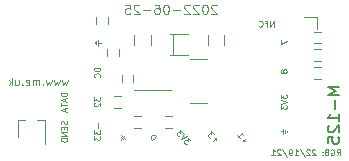
<source format=gbr>
%TF.GenerationSoftware,KiCad,Pcbnew,(6.0.5-0)*%
%TF.CreationDate,2022-06-27T09:39:38+01:00*%
%TF.ProjectId,M125,4d313235-2e6b-4696-9361-645f70636258,1*%
%TF.SameCoordinates,Original*%
%TF.FileFunction,Legend,Bot*%
%TF.FilePolarity,Positive*%
%FSLAX46Y46*%
G04 Gerber Fmt 4.6, Leading zero omitted, Abs format (unit mm)*
G04 Created by KiCad (PCBNEW (6.0.5-0)) date 2022-06-27 09:39:38*
%MOMM*%
%LPD*%
G01*
G04 APERTURE LIST*
%ADD10C,0.080000*%
%ADD11C,0.150000*%
%ADD12C,0.100000*%
%ADD13C,0.120000*%
G04 APERTURE END LIST*
D10*
X108507142Y-40826190D02*
X108507142Y-40326190D01*
X108221428Y-40826190D01*
X108221428Y-40326190D01*
X107816666Y-40564285D02*
X107983333Y-40564285D01*
X107983333Y-40826190D02*
X107983333Y-40326190D01*
X107745238Y-40326190D01*
X107269047Y-40778571D02*
X107292857Y-40802380D01*
X107364285Y-40826190D01*
X107411904Y-40826190D01*
X107483333Y-40802380D01*
X107530952Y-40754761D01*
X107554761Y-40707142D01*
X107578571Y-40611904D01*
X107578571Y-40540476D01*
X107554761Y-40445238D01*
X107530952Y-40397619D01*
X107483333Y-40350000D01*
X107411904Y-40326190D01*
X107364285Y-40326190D01*
X107292857Y-40350000D01*
X107269047Y-40373809D01*
X91002380Y-48819047D02*
X91026190Y-48890476D01*
X91026190Y-49009523D01*
X91002380Y-49057142D01*
X90978571Y-49080952D01*
X90930952Y-49104761D01*
X90883333Y-49104761D01*
X90835714Y-49080952D01*
X90811904Y-49057142D01*
X90788095Y-49009523D01*
X90764285Y-48914285D01*
X90740476Y-48866666D01*
X90716666Y-48842857D01*
X90669047Y-48819047D01*
X90621428Y-48819047D01*
X90573809Y-48842857D01*
X90550000Y-48866666D01*
X90526190Y-48914285D01*
X90526190Y-49033333D01*
X90550000Y-49104761D01*
X90764285Y-49319047D02*
X90764285Y-49485714D01*
X91026190Y-49557142D02*
X91026190Y-49319047D01*
X90526190Y-49319047D01*
X90526190Y-49557142D01*
X91026190Y-49771428D02*
X90526190Y-49771428D01*
X91026190Y-50057142D01*
X90526190Y-50057142D01*
X91026190Y-50295238D02*
X90526190Y-50295238D01*
X90526190Y-50414285D01*
X90550000Y-50485714D01*
X90597619Y-50533333D01*
X90645238Y-50557142D01*
X90740476Y-50580952D01*
X90811904Y-50580952D01*
X90907142Y-50557142D01*
X90954761Y-50533333D01*
X91002380Y-50485714D01*
X91026190Y-50414285D01*
X91026190Y-50295238D01*
X91026190Y-46450000D02*
X90526190Y-46450000D01*
X90526190Y-46569047D01*
X90550000Y-46640476D01*
X90597619Y-46688095D01*
X90645238Y-46711904D01*
X90740476Y-46735714D01*
X90811904Y-46735714D01*
X90907142Y-46711904D01*
X90954761Y-46688095D01*
X91002380Y-46640476D01*
X91026190Y-46569047D01*
X91026190Y-46450000D01*
X90883333Y-46926190D02*
X90883333Y-47164285D01*
X91026190Y-46878571D02*
X90526190Y-47045238D01*
X91026190Y-47211904D01*
X90526190Y-47307142D02*
X90526190Y-47592857D01*
X91026190Y-47450000D02*
X90526190Y-47450000D01*
X90883333Y-47735714D02*
X90883333Y-47973809D01*
X91026190Y-47688095D02*
X90526190Y-47854761D01*
X91026190Y-48021428D01*
X109340476Y-49461904D02*
X109340476Y-49938095D01*
X109483333Y-49557142D02*
X109483333Y-49842857D01*
X109126190Y-49700000D02*
X109340476Y-49700000D01*
X109626190Y-49747619D02*
X109626190Y-49652380D01*
X109126190Y-46580952D02*
X109126190Y-46890476D01*
X109316666Y-46723809D01*
X109316666Y-46795238D01*
X109340476Y-46842857D01*
X109364285Y-46866666D01*
X109411904Y-46890476D01*
X109530952Y-46890476D01*
X109578571Y-46866666D01*
X109602380Y-46842857D01*
X109626190Y-46795238D01*
X109626190Y-46652380D01*
X109602380Y-46604761D01*
X109578571Y-46580952D01*
X109126190Y-47033333D02*
X109626190Y-47200000D01*
X109126190Y-47366666D01*
X109126190Y-47485714D02*
X109126190Y-47795238D01*
X109316666Y-47628571D01*
X109316666Y-47700000D01*
X109340476Y-47747619D01*
X109364285Y-47771428D01*
X109411904Y-47795238D01*
X109530952Y-47795238D01*
X109578571Y-47771428D01*
X109602380Y-47747619D01*
X109626190Y-47700000D01*
X109626190Y-47557142D01*
X109602380Y-47509523D01*
X109578571Y-47485714D01*
X109340476Y-44552380D02*
X109316666Y-44504761D01*
X109292857Y-44480952D01*
X109245238Y-44457142D01*
X109221428Y-44457142D01*
X109173809Y-44480952D01*
X109150000Y-44504761D01*
X109126190Y-44552380D01*
X109126190Y-44647619D01*
X109150000Y-44695238D01*
X109173809Y-44719047D01*
X109221428Y-44742857D01*
X109245238Y-44742857D01*
X109292857Y-44719047D01*
X109316666Y-44695238D01*
X109340476Y-44647619D01*
X109340476Y-44552380D01*
X109364285Y-44504761D01*
X109388095Y-44480952D01*
X109435714Y-44457142D01*
X109530952Y-44457142D01*
X109578571Y-44480952D01*
X109602380Y-44504761D01*
X109626190Y-44552380D01*
X109626190Y-44647619D01*
X109602380Y-44695238D01*
X109578571Y-44719047D01*
X109530952Y-44742857D01*
X109435714Y-44742857D01*
X109388095Y-44719047D01*
X109364285Y-44695238D01*
X109340476Y-44647619D01*
X109126190Y-41933333D02*
X109126190Y-42266666D01*
X109626190Y-42052380D01*
X93659523Y-42438095D02*
X93659523Y-41961904D01*
X93516666Y-42342857D02*
X93516666Y-42057142D01*
X93873809Y-42200000D02*
X93659523Y-42200000D01*
X93373809Y-42152380D02*
X93373809Y-42247619D01*
X93826190Y-44319047D02*
X93326190Y-44319047D01*
X93326190Y-44438095D01*
X93350000Y-44509523D01*
X93397619Y-44557142D01*
X93445238Y-44580952D01*
X93540476Y-44604761D01*
X93611904Y-44604761D01*
X93707142Y-44580952D01*
X93754761Y-44557142D01*
X93802380Y-44509523D01*
X93826190Y-44438095D01*
X93826190Y-44319047D01*
X93778571Y-45104761D02*
X93802380Y-45080952D01*
X93826190Y-45009523D01*
X93826190Y-44961904D01*
X93802380Y-44890476D01*
X93754761Y-44842857D01*
X93707142Y-44819047D01*
X93611904Y-44795238D01*
X93540476Y-44795238D01*
X93445238Y-44819047D01*
X93397619Y-44842857D01*
X93350000Y-44890476D01*
X93326190Y-44961904D01*
X93326190Y-45009523D01*
X93350000Y-45080952D01*
X93373809Y-45104761D01*
X93635714Y-49033333D02*
X93635714Y-49414285D01*
X93326190Y-49604761D02*
X93326190Y-49914285D01*
X93516666Y-49747619D01*
X93516666Y-49819047D01*
X93540476Y-49866666D01*
X93564285Y-49890476D01*
X93611904Y-49914285D01*
X93730952Y-49914285D01*
X93778571Y-49890476D01*
X93802380Y-49866666D01*
X93826190Y-49819047D01*
X93826190Y-49676190D01*
X93802380Y-49628571D01*
X93778571Y-49604761D01*
X93326190Y-50080952D02*
X93326190Y-50390476D01*
X93516666Y-50223809D01*
X93516666Y-50295238D01*
X93540476Y-50342857D01*
X93564285Y-50366666D01*
X93611904Y-50390476D01*
X93730952Y-50390476D01*
X93778571Y-50366666D01*
X93802380Y-50342857D01*
X93826190Y-50295238D01*
X93826190Y-50152380D01*
X93802380Y-50104761D01*
X93778571Y-50080952D01*
X93326190Y-46795238D02*
X93326190Y-47104761D01*
X93516666Y-46938095D01*
X93516666Y-47009523D01*
X93540476Y-47057142D01*
X93564285Y-47080952D01*
X93611904Y-47104761D01*
X93730952Y-47104761D01*
X93778571Y-47080952D01*
X93802380Y-47057142D01*
X93826190Y-47009523D01*
X93826190Y-46866666D01*
X93802380Y-46819047D01*
X93778571Y-46795238D01*
X93373809Y-47295238D02*
X93350000Y-47319047D01*
X93326190Y-47366666D01*
X93326190Y-47485714D01*
X93350000Y-47533333D01*
X93373809Y-47557142D01*
X93421428Y-47580952D01*
X93469047Y-47580952D01*
X93540476Y-47557142D01*
X93826190Y-47271428D01*
X93826190Y-47580952D01*
D11*
X114082380Y-45919047D02*
X113082380Y-45919047D01*
X113796666Y-46252380D01*
X113082380Y-46585714D01*
X114082380Y-46585714D01*
X113701428Y-47061904D02*
X113701428Y-47823809D01*
X114082380Y-48823809D02*
X114082380Y-48252380D01*
X114082380Y-48538095D02*
X113082380Y-48538095D01*
X113225238Y-48442857D01*
X113320476Y-48347619D01*
X113368095Y-48252380D01*
X113177619Y-49204761D02*
X113130000Y-49252380D01*
X113082380Y-49347619D01*
X113082380Y-49585714D01*
X113130000Y-49680952D01*
X113177619Y-49728571D01*
X113272857Y-49776190D01*
X113368095Y-49776190D01*
X113510952Y-49728571D01*
X114082380Y-49157142D01*
X114082380Y-49776190D01*
X113082380Y-50680952D02*
X113082380Y-50204761D01*
X113558571Y-50157142D01*
X113510952Y-50204761D01*
X113463333Y-50300000D01*
X113463333Y-50538095D01*
X113510952Y-50633333D01*
X113558571Y-50680952D01*
X113653809Y-50728571D01*
X113891904Y-50728571D01*
X113987142Y-50680952D01*
X114034761Y-50633333D01*
X114082380Y-50538095D01*
X114082380Y-50300000D01*
X114034761Y-50204761D01*
X113987142Y-50157142D01*
D12*
X103685714Y-39038095D02*
X103647619Y-39000000D01*
X103571428Y-38961904D01*
X103380952Y-38961904D01*
X103304761Y-39000000D01*
X103266666Y-39038095D01*
X103228571Y-39114285D01*
X103228571Y-39190476D01*
X103266666Y-39304761D01*
X103723809Y-39761904D01*
X103228571Y-39761904D01*
X102733333Y-38961904D02*
X102657142Y-38961904D01*
X102580952Y-39000000D01*
X102542857Y-39038095D01*
X102504761Y-39114285D01*
X102466666Y-39266666D01*
X102466666Y-39457142D01*
X102504761Y-39609523D01*
X102542857Y-39685714D01*
X102580952Y-39723809D01*
X102657142Y-39761904D01*
X102733333Y-39761904D01*
X102809523Y-39723809D01*
X102847619Y-39685714D01*
X102885714Y-39609523D01*
X102923809Y-39457142D01*
X102923809Y-39266666D01*
X102885714Y-39114285D01*
X102847619Y-39038095D01*
X102809523Y-39000000D01*
X102733333Y-38961904D01*
X102161904Y-39038095D02*
X102123809Y-39000000D01*
X102047619Y-38961904D01*
X101857142Y-38961904D01*
X101780952Y-39000000D01*
X101742857Y-39038095D01*
X101704761Y-39114285D01*
X101704761Y-39190476D01*
X101742857Y-39304761D01*
X102200000Y-39761904D01*
X101704761Y-39761904D01*
X101400000Y-39038095D02*
X101361904Y-39000000D01*
X101285714Y-38961904D01*
X101095238Y-38961904D01*
X101019047Y-39000000D01*
X100980952Y-39038095D01*
X100942857Y-39114285D01*
X100942857Y-39190476D01*
X100980952Y-39304761D01*
X101438095Y-39761904D01*
X100942857Y-39761904D01*
X100600000Y-39457142D02*
X99990476Y-39457142D01*
X99457142Y-38961904D02*
X99380952Y-38961904D01*
X99304761Y-39000000D01*
X99266666Y-39038095D01*
X99228571Y-39114285D01*
X99190476Y-39266666D01*
X99190476Y-39457142D01*
X99228571Y-39609523D01*
X99266666Y-39685714D01*
X99304761Y-39723809D01*
X99380952Y-39761904D01*
X99457142Y-39761904D01*
X99533333Y-39723809D01*
X99571428Y-39685714D01*
X99609523Y-39609523D01*
X99647619Y-39457142D01*
X99647619Y-39266666D01*
X99609523Y-39114285D01*
X99571428Y-39038095D01*
X99533333Y-39000000D01*
X99457142Y-38961904D01*
X98504761Y-38961904D02*
X98657142Y-38961904D01*
X98733333Y-39000000D01*
X98771428Y-39038095D01*
X98847619Y-39152380D01*
X98885714Y-39304761D01*
X98885714Y-39609523D01*
X98847619Y-39685714D01*
X98809523Y-39723809D01*
X98733333Y-39761904D01*
X98580952Y-39761904D01*
X98504761Y-39723809D01*
X98466666Y-39685714D01*
X98428571Y-39609523D01*
X98428571Y-39419047D01*
X98466666Y-39342857D01*
X98504761Y-39304761D01*
X98580952Y-39266666D01*
X98733333Y-39266666D01*
X98809523Y-39304761D01*
X98847619Y-39342857D01*
X98885714Y-39419047D01*
X98085714Y-39457142D02*
X97476190Y-39457142D01*
X97133333Y-39038095D02*
X97095238Y-39000000D01*
X97019047Y-38961904D01*
X96828571Y-38961904D01*
X96752380Y-39000000D01*
X96714285Y-39038095D01*
X96676190Y-39114285D01*
X96676190Y-39190476D01*
X96714285Y-39304761D01*
X97171428Y-39761904D01*
X96676190Y-39761904D01*
X95952380Y-38961904D02*
X96333333Y-38961904D01*
X96371428Y-39342857D01*
X96333333Y-39304761D01*
X96257142Y-39266666D01*
X96066666Y-39266666D01*
X95990476Y-39304761D01*
X95952380Y-39342857D01*
X95914285Y-39419047D01*
X95914285Y-39609523D01*
X95952380Y-39685714D01*
X95990476Y-39723809D01*
X96066666Y-39761904D01*
X96257142Y-39761904D01*
X96333333Y-39723809D01*
X96371428Y-39685714D01*
D10*
X113857142Y-51726190D02*
X114023809Y-51488095D01*
X114142857Y-51726190D02*
X114142857Y-51226190D01*
X113952380Y-51226190D01*
X113904761Y-51250000D01*
X113880952Y-51273809D01*
X113857142Y-51321428D01*
X113857142Y-51392857D01*
X113880952Y-51440476D01*
X113904761Y-51464285D01*
X113952380Y-51488095D01*
X114142857Y-51488095D01*
X113380952Y-51250000D02*
X113428571Y-51226190D01*
X113500000Y-51226190D01*
X113571428Y-51250000D01*
X113619047Y-51297619D01*
X113642857Y-51345238D01*
X113666666Y-51440476D01*
X113666666Y-51511904D01*
X113642857Y-51607142D01*
X113619047Y-51654761D01*
X113571428Y-51702380D01*
X113500000Y-51726190D01*
X113452380Y-51726190D01*
X113380952Y-51702380D01*
X113357142Y-51678571D01*
X113357142Y-51511904D01*
X113452380Y-51511904D01*
X112976190Y-51464285D02*
X112904761Y-51488095D01*
X112880952Y-51511904D01*
X112857142Y-51559523D01*
X112857142Y-51630952D01*
X112880952Y-51678571D01*
X112904761Y-51702380D01*
X112952380Y-51726190D01*
X113142857Y-51726190D01*
X113142857Y-51226190D01*
X112976190Y-51226190D01*
X112928571Y-51250000D01*
X112904761Y-51273809D01*
X112880952Y-51321428D01*
X112880952Y-51369047D01*
X112904761Y-51416666D01*
X112928571Y-51440476D01*
X112976190Y-51464285D01*
X113142857Y-51464285D01*
X112642857Y-51678571D02*
X112619047Y-51702380D01*
X112642857Y-51726190D01*
X112666666Y-51702380D01*
X112642857Y-51678571D01*
X112642857Y-51726190D01*
X112642857Y-51416666D02*
X112619047Y-51440476D01*
X112642857Y-51464285D01*
X112666666Y-51440476D01*
X112642857Y-51416666D01*
X112642857Y-51464285D01*
X112047619Y-51273809D02*
X112023809Y-51250000D01*
X111976190Y-51226190D01*
X111857142Y-51226190D01*
X111809523Y-51250000D01*
X111785714Y-51273809D01*
X111761904Y-51321428D01*
X111761904Y-51369047D01*
X111785714Y-51440476D01*
X112071428Y-51726190D01*
X111761904Y-51726190D01*
X111571428Y-51273809D02*
X111547619Y-51250000D01*
X111500000Y-51226190D01*
X111380952Y-51226190D01*
X111333333Y-51250000D01*
X111309523Y-51273809D01*
X111285714Y-51321428D01*
X111285714Y-51369047D01*
X111309523Y-51440476D01*
X111595238Y-51726190D01*
X111285714Y-51726190D01*
X110714285Y-51202380D02*
X111142857Y-51845238D01*
X110285714Y-51726190D02*
X110571428Y-51726190D01*
X110428571Y-51726190D02*
X110428571Y-51226190D01*
X110476190Y-51297619D01*
X110523809Y-51345238D01*
X110571428Y-51369047D01*
X110047619Y-51726190D02*
X109952380Y-51726190D01*
X109904761Y-51702380D01*
X109880952Y-51678571D01*
X109833333Y-51607142D01*
X109809523Y-51511904D01*
X109809523Y-51321428D01*
X109833333Y-51273809D01*
X109857142Y-51250000D01*
X109904761Y-51226190D01*
X110000000Y-51226190D01*
X110047619Y-51250000D01*
X110071428Y-51273809D01*
X110095238Y-51321428D01*
X110095238Y-51440476D01*
X110071428Y-51488095D01*
X110047619Y-51511904D01*
X110000000Y-51535714D01*
X109904761Y-51535714D01*
X109857142Y-51511904D01*
X109833333Y-51488095D01*
X109809523Y-51440476D01*
X109238095Y-51202380D02*
X109666666Y-51845238D01*
X109095238Y-51273809D02*
X109071428Y-51250000D01*
X109023809Y-51226190D01*
X108904761Y-51226190D01*
X108857142Y-51250000D01*
X108833333Y-51273809D01*
X108809523Y-51321428D01*
X108809523Y-51369047D01*
X108833333Y-51440476D01*
X109119047Y-51726190D01*
X108809523Y-51726190D01*
X108333333Y-51726190D02*
X108619047Y-51726190D01*
X108476190Y-51726190D02*
X108476190Y-51226190D01*
X108523809Y-51297619D01*
X108571428Y-51345238D01*
X108619047Y-51369047D01*
D12*
%TO.C,REF\u002A\u002A*%
X91087142Y-45360714D02*
X90963333Y-45794047D01*
X90839523Y-45484523D01*
X90715714Y-45794047D01*
X90591904Y-45360714D01*
X90406190Y-45360714D02*
X90282380Y-45794047D01*
X90158571Y-45484523D01*
X90034761Y-45794047D01*
X89910952Y-45360714D01*
X89725238Y-45360714D02*
X89601428Y-45794047D01*
X89477619Y-45484523D01*
X89353809Y-45794047D01*
X89230000Y-45360714D01*
X88982380Y-45732142D02*
X88951428Y-45763095D01*
X88982380Y-45794047D01*
X89013333Y-45763095D01*
X88982380Y-45732142D01*
X88982380Y-45794047D01*
X88672857Y-45794047D02*
X88672857Y-45360714D01*
X88672857Y-45422619D02*
X88641904Y-45391666D01*
X88580000Y-45360714D01*
X88487142Y-45360714D01*
X88425238Y-45391666D01*
X88394285Y-45453571D01*
X88394285Y-45794047D01*
X88394285Y-45453571D02*
X88363333Y-45391666D01*
X88301428Y-45360714D01*
X88208571Y-45360714D01*
X88146666Y-45391666D01*
X88115714Y-45453571D01*
X88115714Y-45794047D01*
X87558571Y-45763095D02*
X87620476Y-45794047D01*
X87744285Y-45794047D01*
X87806190Y-45763095D01*
X87837142Y-45701190D01*
X87837142Y-45453571D01*
X87806190Y-45391666D01*
X87744285Y-45360714D01*
X87620476Y-45360714D01*
X87558571Y-45391666D01*
X87527619Y-45453571D01*
X87527619Y-45515476D01*
X87837142Y-45577380D01*
X87249047Y-45732142D02*
X87218095Y-45763095D01*
X87249047Y-45794047D01*
X87280000Y-45763095D01*
X87249047Y-45732142D01*
X87249047Y-45794047D01*
X86660952Y-45360714D02*
X86660952Y-45794047D01*
X86939523Y-45360714D02*
X86939523Y-45701190D01*
X86908571Y-45763095D01*
X86846666Y-45794047D01*
X86753809Y-45794047D01*
X86691904Y-45763095D01*
X86660952Y-45732142D01*
X86351428Y-45794047D02*
X86351428Y-45144047D01*
X86289523Y-45546428D02*
X86103809Y-45794047D01*
X86103809Y-45360714D02*
X86351428Y-45608333D01*
D10*
%TO.C,J3*%
X101461345Y-50444120D02*
X101242478Y-50225253D01*
X101225643Y-50477791D01*
X101175135Y-50427284D01*
X101124627Y-50410448D01*
X101090956Y-50410448D01*
X101040448Y-50427284D01*
X100956269Y-50511463D01*
X100939433Y-50561971D01*
X100939433Y-50595643D01*
X100956269Y-50646150D01*
X101057284Y-50747165D01*
X101107791Y-50764001D01*
X101141463Y-50764001D01*
X101141463Y-50124238D02*
X100670059Y-50359940D01*
X100905761Y-49888536D01*
X100821582Y-49804356D02*
X100602715Y-49585490D01*
X100585879Y-49838028D01*
X100535372Y-49787521D01*
X100484864Y-49770685D01*
X100451192Y-49770685D01*
X100400685Y-49787521D01*
X100316505Y-49871700D01*
X100299669Y-49922208D01*
X100299669Y-49955879D01*
X100316505Y-50006387D01*
X100417521Y-50107402D01*
X100468028Y-50124238D01*
X100501700Y-50124238D01*
X98500448Y-50023223D02*
X98466776Y-49989551D01*
X98416269Y-49972715D01*
X98382597Y-49972715D01*
X98332089Y-49989551D01*
X98247910Y-50040059D01*
X98163730Y-50124238D01*
X98113223Y-50208417D01*
X98096387Y-50258925D01*
X98096387Y-50292597D01*
X98113223Y-50343104D01*
X98146895Y-50376776D01*
X98197402Y-50393612D01*
X98231074Y-50393612D01*
X98281582Y-50376776D01*
X98365761Y-50326269D01*
X98449940Y-50242089D01*
X98500448Y-50157910D01*
X98517284Y-50107402D01*
X98517284Y-50073730D01*
X98500448Y-50023223D01*
X103378417Y-50528299D02*
X103647791Y-50258925D01*
X103647791Y-50393612D02*
X103647791Y-50258925D01*
X103513104Y-50258925D01*
X103462597Y-49905372D02*
X103243730Y-49686505D01*
X103226895Y-49939043D01*
X103176387Y-49888536D01*
X103125879Y-49871700D01*
X103092208Y-49871700D01*
X103041700Y-49888536D01*
X102957521Y-49972715D01*
X102940685Y-50023223D01*
X102940685Y-50056895D01*
X102957521Y-50107402D01*
X103058536Y-50208417D01*
X103109043Y-50225253D01*
X103142715Y-50225253D01*
X95960448Y-50326269D02*
X95623730Y-49989551D01*
X95792089Y-50359940D02*
X95590059Y-50157910D01*
X95943612Y-50006387D02*
X95792089Y-50157910D01*
X95556387Y-50326269D02*
X95623730Y-50393612D01*
X106187791Y-50258925D02*
X105918417Y-50528299D01*
X105918417Y-50393612D02*
X105918417Y-50528299D01*
X106053104Y-50528299D01*
X105430177Y-50040059D02*
X105632208Y-50242089D01*
X105531192Y-50141074D02*
X105884746Y-49787521D01*
X105867910Y-49871700D01*
X105867910Y-49939043D01*
X105884746Y-49989551D01*
D13*
%TO.C,R2*%
X112525000Y-45250000D02*
X111925000Y-45250000D01*
X112525000Y-44250000D02*
X111925000Y-44250000D01*
%TO.C,C1*%
X95600000Y-47700000D02*
X95000000Y-47700000D01*
X95600000Y-46700000D02*
X95000000Y-46700000D01*
%TO.C,R6*%
X96700000Y-48400000D02*
X97300000Y-48400000D01*
X96700000Y-49400000D02*
X97300000Y-49400000D01*
%TO.C,R5*%
X99900000Y-49400000D02*
X99300000Y-49400000D01*
X99900000Y-48400000D02*
X99300000Y-48400000D01*
%TO.C,U2*%
X101450000Y-43600000D02*
X102850000Y-43600000D01*
X99750000Y-43200000D02*
X101250000Y-43200000D01*
X101450000Y-47300000D02*
X102850000Y-47300000D01*
X102950000Y-42400000D02*
X102950000Y-41500000D01*
X99975000Y-43125000D02*
X99975000Y-41525000D01*
X95700000Y-45550000D02*
X95700000Y-44950000D01*
X99750000Y-41450000D02*
X101250000Y-41450000D01*
X96600000Y-45550000D02*
X96600000Y-44950000D01*
X104350000Y-42400000D02*
X104350000Y-41500000D01*
X96700000Y-46175000D02*
X99800000Y-46175000D01*
X98100000Y-42400000D02*
X98100000Y-41500000D01*
X96700000Y-42400000D02*
X96700000Y-41500000D01*
%TO.C,R1*%
X112525000Y-42250000D02*
X111925000Y-42250000D01*
X112525000Y-41250000D02*
X111925000Y-41250000D01*
%TO.C,R3*%
X112525000Y-42750000D02*
X111925000Y-42750000D01*
X112525000Y-43750000D02*
X111925000Y-43750000D01*
%TO.C,R4*%
X95400000Y-42700000D02*
X95400000Y-43300000D01*
X94400000Y-42700000D02*
X94400000Y-43300000D01*
%TO.C,D1*%
X111125000Y-40000000D02*
X112225000Y-40000000D01*
X112225000Y-40000000D02*
X112225000Y-41000000D01*
%TO.C,C2*%
X94490000Y-40580000D02*
X94490000Y-39980000D01*
X93490000Y-40580000D02*
X93490000Y-39980000D01*
%TO.C,Q1*%
X89160000Y-48770000D02*
X89160000Y-50800000D01*
X87500000Y-48770000D02*
X86840000Y-48770000D01*
X86840000Y-50180000D02*
X86840000Y-48770000D01*
X89160000Y-48770000D02*
X88500000Y-48770000D01*
%TD*%
M02*

</source>
